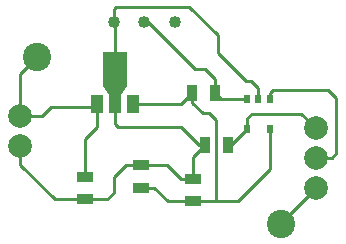
<source format=gtl>
G04 (created by PCBNEW (2013-07-07 BZR 4022)-stable) date 4/5/2015 3:16:15 AM*
%MOIN*%
G04 Gerber Fmt 3.4, Leading zero omitted, Abs format*
%FSLAX34Y34*%
G01*
G70*
G90*
G04 APERTURE LIST*
%ADD10C,0.00590551*%
%ADD11R,0.02X0.03*%
%ADD12R,0.035X0.055*%
%ADD13R,0.055X0.035*%
%ADD14C,0.0944882*%
%ADD15R,0.0394X0.0591*%
%ADD16R,0.0787X0.1181*%
%ADD17C,0.04*%
%ADD18C,0.0787402*%
%ADD19C,0.01*%
G04 APERTURE END LIST*
G54D10*
G54D11*
X36588Y-20421D03*
X35838Y-20421D03*
X36588Y-21421D03*
X36213Y-20421D03*
X35838Y-21421D03*
G54D12*
X35188Y-21951D03*
X34438Y-21951D03*
G54D13*
X32293Y-23371D03*
X32293Y-22621D03*
X30448Y-23011D03*
X30448Y-23761D03*
G54D12*
X34018Y-20231D03*
X34768Y-20231D03*
G54D13*
X34047Y-23822D03*
X34047Y-23072D03*
G54D14*
X36977Y-24584D03*
X28820Y-19027D03*
G54D15*
X30844Y-20573D03*
X31435Y-20573D03*
X32026Y-20573D03*
G54D16*
X31435Y-19411D03*
G54D10*
G36*
X31829Y-19991D02*
X31632Y-20286D01*
X31238Y-20286D01*
X31041Y-19991D01*
X31829Y-19991D01*
X31829Y-19991D01*
G37*
G54D17*
X31393Y-17861D03*
X32413Y-17861D03*
X33433Y-17861D03*
G54D18*
X38139Y-22391D03*
X38139Y-23391D03*
X38139Y-21391D03*
X28270Y-20969D03*
X28270Y-21969D03*
G54D19*
X32293Y-23371D02*
X32743Y-23371D01*
X33194Y-23822D02*
X34047Y-23822D01*
X32743Y-23371D02*
X33194Y-23822D01*
X33069Y-20598D02*
X32051Y-20598D01*
X32051Y-20598D02*
X32026Y-20573D01*
X33069Y-20598D02*
X33651Y-20598D01*
X33651Y-20598D02*
X34018Y-20231D01*
X34813Y-23822D02*
X34813Y-21131D01*
X34018Y-20546D02*
X34018Y-20231D01*
X34363Y-20891D02*
X34018Y-20546D01*
X34573Y-20891D02*
X34363Y-20891D01*
X34813Y-21131D02*
X34573Y-20891D01*
X36588Y-21421D02*
X36588Y-22756D01*
X35522Y-23822D02*
X34813Y-23822D01*
X34813Y-23822D02*
X34047Y-23822D01*
X36588Y-22756D02*
X35522Y-23822D01*
X30448Y-23011D02*
X30448Y-21736D01*
X30844Y-21340D02*
X30844Y-20573D01*
X30448Y-21736D02*
X30844Y-21340D01*
X28270Y-20969D02*
X28270Y-19577D01*
X28270Y-19577D02*
X28820Y-19027D01*
X29934Y-20687D02*
X30730Y-20687D01*
X30730Y-20687D02*
X30844Y-20573D01*
X28270Y-20969D02*
X29015Y-20969D01*
X29297Y-20687D02*
X29934Y-20687D01*
X29015Y-20969D02*
X29297Y-20687D01*
X32413Y-17861D02*
X32523Y-17861D01*
X34768Y-19766D02*
X34768Y-20231D01*
X34433Y-19431D02*
X34768Y-19766D01*
X34093Y-19431D02*
X34433Y-19431D01*
X32523Y-17861D02*
X34093Y-19431D01*
X35838Y-20421D02*
X34958Y-20421D01*
X34958Y-20421D02*
X34768Y-20231D01*
X35188Y-21951D02*
X35308Y-21951D01*
X35308Y-21951D02*
X35838Y-21421D01*
X35838Y-21421D02*
X35838Y-21066D01*
X37649Y-20901D02*
X38139Y-21391D01*
X36003Y-20901D02*
X37649Y-20901D01*
X35838Y-21066D02*
X36003Y-20901D01*
X38139Y-22391D02*
X38653Y-22391D01*
X36588Y-20216D02*
X36588Y-20421D01*
X36693Y-20111D02*
X36588Y-20216D01*
X38533Y-20111D02*
X36693Y-20111D01*
X38813Y-20391D02*
X38533Y-20111D01*
X38813Y-22231D02*
X38813Y-20391D01*
X38653Y-22391D02*
X38813Y-22231D01*
X36977Y-24584D02*
X36977Y-24553D01*
X36977Y-24553D02*
X38139Y-23391D01*
X30448Y-23761D02*
X31168Y-23761D01*
X31798Y-22621D02*
X32293Y-22621D01*
X31393Y-23026D02*
X31798Y-22621D01*
X31393Y-23536D02*
X31393Y-23026D01*
X31168Y-23761D02*
X31393Y-23536D01*
X30448Y-23761D02*
X29428Y-23761D01*
X28270Y-22603D02*
X28270Y-21969D01*
X29428Y-23761D02*
X28270Y-22603D01*
X34047Y-23072D02*
X33629Y-23072D01*
X33629Y-23072D02*
X33178Y-22621D01*
X33178Y-22621D02*
X32293Y-22621D01*
X31435Y-20139D02*
X31435Y-19411D01*
X31393Y-17861D02*
X31393Y-17421D01*
X36213Y-20051D02*
X36213Y-20421D01*
X35973Y-19811D02*
X36213Y-20051D01*
X35793Y-19811D02*
X35973Y-19811D01*
X34853Y-18871D02*
X35793Y-19811D01*
X34853Y-18281D02*
X34853Y-18871D01*
X33913Y-17341D02*
X34853Y-18281D01*
X31473Y-17341D02*
X33913Y-17341D01*
X31393Y-17421D02*
X31473Y-17341D01*
X31435Y-19411D02*
X31435Y-17903D01*
X31435Y-17903D02*
X31393Y-17861D01*
X34438Y-21951D02*
X34233Y-21951D01*
X33630Y-21348D02*
X33069Y-21348D01*
X34233Y-21951D02*
X33630Y-21348D01*
X34047Y-23072D02*
X34047Y-22342D01*
X34047Y-22342D02*
X34438Y-21951D01*
X31435Y-20573D02*
X31435Y-19411D01*
X33069Y-21348D02*
X31520Y-21348D01*
X31435Y-21263D02*
X31435Y-20573D01*
X31520Y-21348D02*
X31435Y-21263D01*
M02*

</source>
